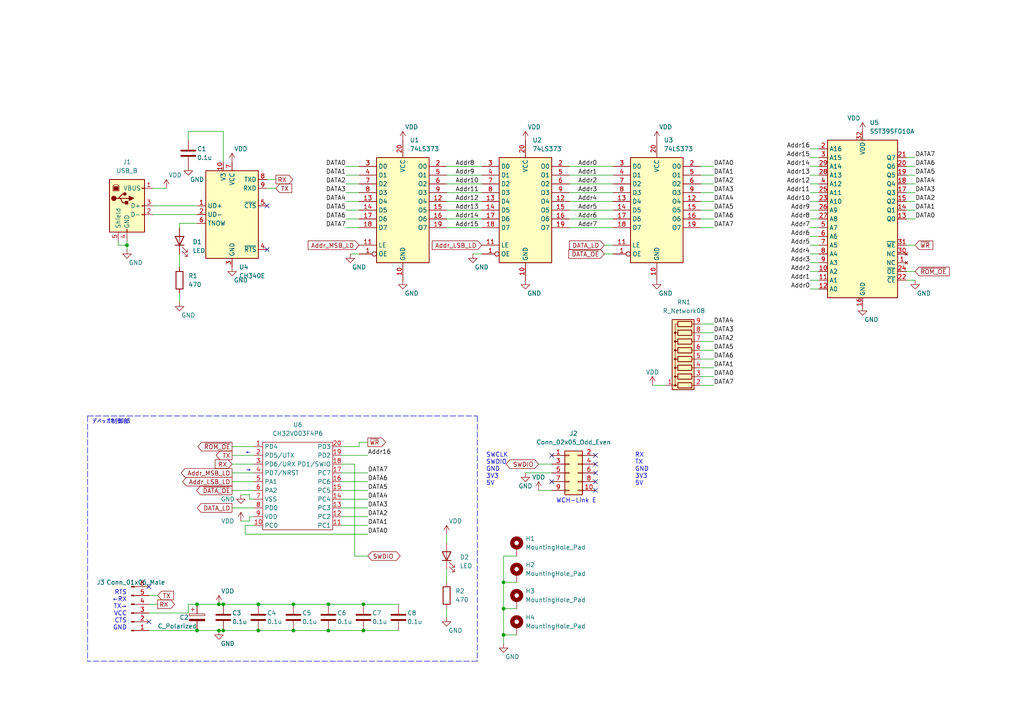
<source format=kicad_sch>
(kicad_sch (version 20211123) (generator eeschema)
  (paper "A4")
  (lib_symbols
    (symbol "74xx:74LS373"
      (property "Reference" "U" (at -7.62 16.51 0))
      (property "Value" "74LS373" (at -7.62 -16.51 0))
      (symbol "74LS373_1_0"
        (pin input inverted (at -12.7 -12.7 0) (length 5.08) (name "OE") (number "1"))
        (pin power_in line (at 0 -20.32 90) (length 5.08) (name "GND") (number "10"))
        (pin input line (at -12.7 -10.16 0) (length 5.08) (name "LE") (number "11"))
        (pin tri_state line (at 12.7 2.54 180) (length 5.08) (name "O4") (number "12"))
        (pin input line (at -12.7 2.54 0) (length 5.08) (name "D4") (number "13"))
        (pin input line (at -12.7 0 0) (length 5.08) (name "D5") (number "14"))
        (pin tri_state line (at 12.7 0 180) (length 5.08) (name "O5") (number "15"))
        (pin tri_state line (at 12.7 -2.54 180) (length 5.08) (name "O6") (number "16"))
        (pin input line (at -12.7 -2.54 0) (length 5.08) (name "D6") (number "17"))
        (pin input line (at -12.7 -5.08 0) (length 5.08) (name "D7") (number "18"))
        (pin tri_state line (at 12.7 -5.08 180) (length 5.08) (name "O7") (number "19"))
        (pin tri_state line (at 12.7 12.7 180) (length 5.08) (name "O0") (number "2"))
        (pin power_in line (at 0 20.32 270) (length 5.08) (name "VCC") (number "20"))
        (pin input line (at -12.7 12.7 0) (length 5.08) (name "D0") (number "3"))
        (pin input line (at -12.7 10.16 0) (length 5.08) (name "D1") (number "4"))
        (pin tri_state line (at 12.7 10.16 180) (length 5.08) (name "O1") (number "5"))
        (pin tri_state line (at 12.7 7.62 180) (length 5.08) (name "O2") (number "6"))
        (pin input line (at -12.7 7.62 0) (length 5.08) (name "D2") (number "7"))
        (pin input line (at -12.7 5.08 0) (length 5.08) (name "D3") (number "8"))
        (pin tri_state line (at 12.7 5.08 180) (length 5.08) (name "O3") (number "9"))
      )
      (symbol "74LS373_1_1"
        (rectangle (start -7.62 15.24) (end 7.62 -15.24) (stroke (width 0.254)) (fill (type background)))
      )
    )
    (symbol "CH32V:CH32V003F4P6"
      (property "Reference" "U" (at 0 0 0))
      (property "Value" "CH32V003F4P6" (at 0 2.54 0))
      (symbol "CH32V003F4P6_0_1"
        (rectangle (start -10.16 -1.27) (end 10.16 -26.67))
      )
      (symbol "CH32V003F4P6_1_1"
        (pin bidirectional line (at -12.7 -2.54 0) (length 2.54) (name "PD4") (number "1"))
        (pin bidirectional line (at -12.7 -25.4 0) (length 2.54) (name "PC0") (number "10"))
        (pin bidirectional line (at 12.7 -25.4 180) (length 2.54) (name "PC1") (number "11"))
        (pin bidirectional line (at 12.7 -22.86 180) (length 2.54) (name "PC2") (number "12"))
        (pin bidirectional line (at 12.7 -20.32 180) (length 2.54) (name "PC3") (number "13"))
        (pin bidirectional line (at 12.7 -17.78 180) (length 2.54) (name "PC4") (number "14"))
        (pin bidirectional line (at 12.7 -15.24 180) (length 2.54) (name "PC5") (number "15"))
        (pin bidirectional line (at 12.7 -12.7 180) (length 2.54) (name "PC6") (number "16"))
        (pin bidirectional line (at 12.7 -10.16 180) (length 2.54) (name "PC7") (number "17"))
        (pin bidirectional line (at 12.7 -7.62 180) (length 2.54) (name "PD1/SWIO") (number "18"))
        (pin bidirectional line (at 12.7 -5.08 180) (length 2.54) (name "PD2") (number "19"))
        (pin bidirectional line (at -12.7 -5.08 0) (length 2.54) (name "PD5/UTX") (number "2"))
        (pin bidirectional line (at 12.7 -2.54 180) (length 2.54) (name "PD3") (number "20"))
        (pin bidirectional line (at -12.7 -7.62 0) (length 2.54) (name "PD6/URX") (number "3"))
        (pin bidirectional line (at -12.7 -10.16 0) (length 2.54) (name "PD7/NRST") (number "4"))
        (pin bidirectional line (at -12.7 -12.7 0) (length 2.54) (name "PA1") (number "5"))
        (pin bidirectional line (at -12.7 -15.24 0) (length 2.54) (name "PA2") (number "6"))
        (pin power_in line (at -12.7 -17.78 0) (length 2.54) (name "VSS") (number "7"))
        (pin bidirectional line (at -12.7 -20.32 0) (length 2.54) (name "PD0") (number "8"))
        (pin power_in line (at -12.7 -22.86 0) (length 2.54) (name "VDD") (number "9"))
      )
    )
    (symbol "Connector:Conn_01x06_Male" (pin_names (offset 1.016) hide)
      (property "Reference" "J" (at 0 7.62 0))
      (property "Value" "Conn_01x06_Male" (at 0 -10.16 0))
      (symbol "Conn_01x06_Male_1_1"
        (polyline (pts (xy 1.27 -7.62) (xy 0.8636 -7.62)) (stroke (width 0.1524)))
        (polyline (pts (xy 1.27 -5.08) (xy 0.8636 -5.08)) (stroke (width 0.1524)))
        (polyline (pts (xy 1.27 -2.54) (xy 0.8636 -2.54)) (stroke (width 0.1524)))
        (polyline (pts (xy 1.27 0) (xy 0.8636 0)) (stroke (width 0.1524)))
        (polyline (pts (xy 1.27 2.54) (xy 0.8636 2.54)) (stroke (width 0.1524)))
        (polyline (pts (xy 1.27 5.08) (xy 0.8636 5.08)) (stroke (width 0.1524)))
        (rectangle (start 0.8636 -7.493) (end 0 -7.747) (stroke (width 0.1524)) (fill (type outline)))
        (rectangle (start 0.8636 -4.953) (end 0 -5.207) (stroke (width 0.1524)) (fill (type outline)))
        (rectangle (start 0.8636 -2.413) (end 0 -2.667) (stroke (width 0.1524)) (fill (type outline)))
        (rectangle (start 0.8636 0.127) (end 0 -0.127) (stroke (width 0.1524)) (fill (type outline)))
        (rectangle (start 0.8636 2.667) (end 0 2.413) (stroke (width 0.1524)) (fill (type outline)))
        (rectangle (start 0.8636 5.207) (end 0 4.953) (stroke (width 0.1524)) (fill (type outline)))
        (pin passive line (at 5.08 5.08 180) (length 3.81) (name "Pin_1") (number "1"))
        (pin passive line (at 5.08 2.54 180) (length 3.81) (name "Pin_2") (number "2"))
        (pin passive line (at 5.08 0 180) (length 3.81) (name "Pin_3") (number "3"))
        (pin passive line (at 5.08 -2.54 180) (length 3.81) (name "Pin_4") (number "4"))
        (pin passive line (at 5.08 -5.08 180) (length 3.81) (name "Pin_5") (number "5"))
        (pin passive line (at 5.08 -7.62 180) (length 3.81) (name "Pin_6") (number "6"))
      )
    )
    (symbol "Connector:USB_B" (pin_names (offset 1.016))
      (property "Reference" "J" (at -5.08 11.43 0))
      (property "Value" "USB_B" (at -5.08 8.89 0))
      (symbol "USB_B_0_1"
        (rectangle (start -5.08 -7.62) (end 5.08 7.62) (stroke (width 0.254)) (fill (type background)))
        (circle (center -3.81 2.159) (radius 0.635) (stroke (width 0.254)) (fill (type outline)))
        (rectangle (start -3.81 5.588) (end -2.54 4.572) (fill (type outline)))
        (circle (center -0.635 3.429) (radius 0.381) (stroke (width 0.254)) (fill (type outline)))
        (rectangle (start -0.127 -7.62) (end 0.127 -6.858))
        (polyline (pts (xy -1.905 2.159) (xy 0.635 2.159)) (stroke (width 0.254)))
        (polyline (pts (xy -3.175 2.159) (xy -2.54 2.159) (xy -1.27 3.429) (xy -0.635 3.429)) (stroke (width 0.254)))
        (polyline (pts (xy -2.54 2.159) (xy -1.905 2.159) (xy -1.27 0.889) (xy 0 0.889)) (stroke (width 0.254)))
        (polyline (pts (xy 0.635 2.794) (xy 0.635 1.524) (xy 1.905 2.159) (xy 0.635 2.794)) (stroke (width 0.254)) (fill (type outline)))
        (polyline (pts (xy -4.064 4.318) (xy -2.286 4.318) (xy -2.286 5.715) (xy -2.667 6.096) (xy -3.683 6.096) (xy -4.064 5.715) (xy -4.064 4.318)))
        (rectangle (start 0.254 1.27) (end -0.508 0.508) (stroke (width 0.254)) (fill (type outline)))
        (rectangle (start 5.08 -2.667) (end 4.318 -2.413))
        (rectangle (start 5.08 -0.127) (end 4.318 0.127))
        (rectangle (start 5.08 4.953) (end 4.318 5.207))
      )
      (symbol "USB_B_1_1"
        (pin power_out line (at 7.62 5.08 180) (length 2.54) (name "VBUS") (number "1"))
        (pin bidirectional line (at 7.62 -2.54 180) (length 2.54) (name "D-") (number "2"))
        (pin bidirectional line (at 7.62 0 180) (length 2.54) (name "D+") (number "3"))
        (pin power_out line (at 0 -10.16 90) (length 2.54) (name "GND") (number "4"))
        (pin passive line (at -2.54 -10.16 90) (length 2.54) (name "Shield") (number "5"))
      )
    )
    (symbol "Connector_Generic:Conn_02x05_Odd_Even" (pin_names (offset 1.016) hide)
      (property "Reference" "J" (at 1.27 7.62 0))
      (property "Value" "Conn_02x05_Odd_Even" (at 1.27 -7.62 0))
      (symbol "Conn_02x05_Odd_Even_1_1"
        (rectangle (start -1.27 -4.953) (end 0 -5.207) (stroke (width 0.1524)))
        (rectangle (start -1.27 -2.413) (end 0 -2.667) (stroke (width 0.1524)))
        (rectangle (start -1.27 0.127) (end 0 -0.127) (stroke (width 0.1524)))
        (rectangle (start -1.27 2.667) (end 0 2.413) (stroke (width 0.1524)))
        (rectangle (start -1.27 5.207) (end 0 4.953) (stroke (width 0.1524)))
        (rectangle (start -1.27 6.35) (end 3.81 -6.35) (stroke (width 0.254)) (fill (type background)))
        (rectangle (start 3.81 -4.953) (end 2.54 -5.207) (stroke (width 0.1524)))
        (rectangle (start 3.81 -2.413) (end 2.54 -2.667) (stroke (width 0.1524)))
        (rectangle (start 3.81 0.127) (end 2.54 -0.127) (stroke (width 0.1524)))
        (rectangle (start 3.81 2.667) (end 2.54 2.413) (stroke (width 0.1524)))
        (rectangle (start 3.81 5.207) (end 2.54 4.953) (stroke (width 0.1524)))
        (pin passive line (at -5.08 5.08 0) (length 3.81) (name "Pin_1") (number "1"))
        (pin passive line (at 7.62 -5.08 180) (length 3.81) (name "Pin_10") (number "10"))
        (pin passive line (at 7.62 5.08 180) (length 3.81) (name "Pin_2") (number "2"))
        (pin passive line (at -5.08 2.54 0) (length 3.81) (name "Pin_3") (number "3"))
        (pin passive line (at 7.62 2.54 180) (length 3.81) (name "Pin_4") (number "4"))
        (pin passive line (at -5.08 0 0) (length 3.81) (name "Pin_5") (number "5"))
        (pin passive line (at 7.62 0 180) (length 3.81) (name "Pin_6") (number "6"))
        (pin passive line (at -5.08 -2.54 0) (length 3.81) (name "Pin_7") (number "7"))
        (pin passive line (at 7.62 -2.54 180) (length 3.81) (name "Pin_8") (number "8"))
        (pin passive line (at -5.08 -5.08 0) (length 3.81) (name "Pin_9") (number "9"))
      )
    )
    (symbol "Device:C" (pin_numbers hide) (pin_names (offset 0.254))
      (property "Reference" "C" (at 0.635 2.54 0))
      (property "Value" "C" (at 0.635 -2.54 0))
      (symbol "C_0_1"
        (polyline (pts (xy -2.032 -0.762) (xy 2.032 -0.762)) (stroke (width 0.508)))
        (polyline (pts (xy -2.032 0.762) (xy 2.032 0.762)) (stroke (width 0.508)))
      )
      (symbol "C_1_1"
        (pin passive line (at 0 3.81 270) (length 2.794) (name "~") (number "1"))
        (pin passive line (at 0 -3.81 90) (length 2.794) (name "~") (number "2"))
      )
    )
    (symbol "Device:C_Polarized" (pin_numbers hide) (pin_names (offset 0.254))
      (property "Reference" "C" (at 0.635 2.54 0))
      (property "Value" "C_Polarized" (at 0.635 -2.54 0))
      (symbol "C_Polarized_0_1"
        (rectangle (start -2.286 0.508) (end 2.286 1.016))
        (polyline (pts (xy -1.778 2.286) (xy -0.762 2.286)))
        (polyline (pts (xy -1.27 2.794) (xy -1.27 1.778)))
        (rectangle (start 2.286 -0.508) (end -2.286 -1.016) (fill (type outline)))
      )
      (symbol "C_Polarized_1_1"
        (pin passive line (at 0 3.81 270) (length 2.794) (name "~") (number "1"))
        (pin passive line (at 0 -3.81 90) (length 2.794) (name "~") (number "2"))
      )
    )
    (symbol "Device:LED" (pin_numbers hide) (pin_names (offset 1.016) hide)
      (property "Reference" "D" (at 0 2.54 0))
      (property "Value" "LED" (at 0 -2.54 0))
      (symbol "LED_0_1"
        (polyline (pts (xy -1.27 -1.27) (xy -1.27 1.27)) (stroke (width 0.254)))
        (polyline (pts (xy -1.27 0) (xy 1.27 0)))
        (polyline (pts (xy 1.27 -1.27) (xy 1.27 1.27) (xy -1.27 0) (xy 1.27 -1.27)) (stroke (width 0.254)))
        (polyline (pts (xy -3.048 -0.762) (xy -4.572 -2.286) (xy -3.81 -2.286) (xy -4.572 -2.286) (xy -4.572 -1.524)))
        (polyline (pts (xy -1.778 -0.762) (xy -3.302 -2.286) (xy -2.54 -2.286) (xy -3.302 -2.286) (xy -3.302 -1.524)))
      )
      (symbol "LED_1_1"
        (pin passive line (at -3.81 0 0) (length 2.54) (name "K") (number "1"))
        (pin passive line (at 3.81 0 180) (length 2.54) (name "A") (number "2"))
      )
    )
    (symbol "Device:R" (pin_numbers hide) (pin_names (offset 0))
      (property "Reference" "R" (at 2.032 0 90))
      (property "Value" "R" (at 0 0 90))
      (symbol "R_0_1"
        (rectangle (start -1.016 -2.54) (end 1.016 2.54) (stroke (width 0.254)))
      )
      (symbol "R_1_1"
        (pin passive line (at 0 3.81 270) (length 1.27) (name "~") (number "1"))
        (pin passive line (at 0 -3.81 90) (length 1.27) (name "~") (number "2"))
      )
    )
    (symbol "Device:R_Network08" (pin_names (offset 0) hide)
      (property "Reference" "RN" (at -12.7 0 90))
      (property "Value" "R_Network08" (at 10.16 0 90))
      (symbol "R_Network08_0_1"
        (rectangle (start -11.43 -3.175) (end 8.89 3.175) (stroke (width 0.254)) (fill (type background)))
        (rectangle (start -10.922 1.524) (end -9.398 -2.54) (stroke (width 0.254)))
        (circle (center -10.16 2.286) (radius 0.254) (fill (type outline)))
        (rectangle (start -8.382 1.524) (end -6.858 -2.54) (stroke (width 0.254)))
        (circle (center -7.62 2.286) (radius 0.254) (fill (type outline)))
        (rectangle (start -5.842 1.524) (end -4.318 -2.54) (stroke (width 0.254)))
        (circle (center -5.08 2.286) (radius 0.254) (fill (type outline)))
        (rectangle (start -3.302 1.524) (end -1.778 -2.54) (stroke (width 0.254)))
        (circle (center -2.54 2.286) (radius 0.254) (fill (type outline)))
        (rectangle (start -0.762 1.524) (end 0.762 -2.54) (stroke (width 0.254)))
        (polyline (pts (xy -10.16 -2.54) (xy -10.16 -3.81)))
        (polyline (pts (xy -7.62 -2.54) (xy -7.62 -3.81)))
        (polyline (pts (xy -5.08 -2.54) (xy -5.08 -3.81)))
        (polyline (pts (xy -2.54 -2.54) (xy -2.54 -3.81)))
        (polyline (pts (xy 0 -2.54) (xy 0 -3.81)))
        (polyline (pts (xy 2.54 -2.54) (xy 2.54 -3.81)))
        (polyline (pts (xy 5.08 -2.54) (xy 5.08 -3.81)))
        (polyline (pts (xy 7.62 -2.54) (xy 7.62 -3.81)))
        (polyline (pts (xy -10.16 1.524) (xy -10.16 2.286) (xy -7.62 2.286) (xy -7.62 1.524)))
        (polyline (pts (xy -7.62 1.524) (xy -7.62 2.286) (xy -5.08 2.286) (xy -5.08 1.524)))
        (polyline (pts (xy -5.08 1.524) (xy -5.08 2.286) (xy -2.54 2.286) (xy -2.54 1.524)))
        (polyline (pts (xy -2.54 1.524) (xy -2.54 2.286) (xy 0 2.286) (xy 0 1.524)))
        (polyline (pts (xy 0 1.524) (xy 0 2.286) (xy 2.54 2.286) (xy 2.54 1.524)))
        (polyline (pts (xy 2.54 1.524) (xy 2.54 2.286) (xy 5.08 2.286) (xy 5.08 1.524)))
        (polyline (pts (xy 5.08 1.524) (xy 5.08 2.286) (xy 7.62 2.286) (xy 7.62 1.524)))
        (circle (center 0 2.286) (radius 0.254) (fill (type outline)))
        (rectangle (start 1.778 1.524) (end 3.302 -2.54) (stroke (width 0.254)))
        (circle (center 2.54 2.286) (radius 0.254) (fill (type outline)))
        (rectangle (start 4.318 1.524) (end 5.842 -2.54) (stroke (width 0.254)))
        (circle (center 5.08 2.286) (radius 0.254) (fill (type outline)))
        (rectangle (start 6.858 1.524) (end 8.382 -2.54) (stroke (width 0.254)))
      )
      (symbol "R_Network08_1_1"
        (pin passive line (at -10.16 5.08 270) (length 2.54) (name "common") (number "1"))
        (pin passive line (at -10.16 -5.08 90) (length 1.27) (name "R1") (number "2"))
        (pin passive line (at -7.62 -5.08 90) (length 1.27) (name "R2") (number "3"))
        (pin passive line (at -5.08 -5.08 90) (length 1.27) (name "R3") (number "4"))
        (pin passive line (at -2.54 -5.08 90) (length 1.27) (name "R4") (number "5"))
        (pin passive line (at 0 -5.08 90) (length 1.27) (name "R5") (number "6"))
        (pin passive line (at 2.54 -5.08 90) (length 1.27) (name "R6") (number "7"))
        (pin passive line (at 5.08 -5.08 90) (length 1.27) (name "R7") (number "8"))
        (pin passive line (at 7.62 -5.08 90) (length 1.27) (name "R8") (number "9"))
      )
    )
    (symbol "Interface_USB:CH340E"
      (property "Reference" "U" (at -5.08 13.97 0))
      (property "Value" "CH340E" (at 1.27 13.97 0))
      (symbol "CH340E_0_1"
        (rectangle (start -7.62 12.7) (end 7.62 -12.7) (stroke (width 0.254)) (fill (type background)))
      )
      (symbol "CH340E_1_1"
        (pin bidirectional line (at -10.16 2.54 0) (length 2.54) (name "UD+") (number "1"))
        (pin passive line (at -2.54 15.24 270) (length 2.54) (name "V3") (number "10"))
        (pin bidirectional line (at -10.16 0 0) (length 2.54) (name "UD-") (number "2"))
        (pin power_in line (at 0 -15.24 90) (length 2.54) (name "GND") (number "3"))
        (pin output line (at 10.16 -10.16 180) (length 2.54) (name "~{RTS}") (number "4"))
        (pin input line (at 10.16 2.54 180) (length 2.54) (name "~{CTS}") (number "5"))
        (pin output line (at -10.16 -2.54 0) (length 2.54) (name "TNOW") (number "6"))
        (pin power_in line (at 0 15.24 270) (length 2.54) (name "VCC") (number "7"))
        (pin output line (at 10.16 10.16 180) (length 2.54) (name "TXD") (number "8"))
        (pin input line (at 10.16 7.62 180) (length 2.54) (name "RXD") (number "9"))
      )
    )
    (symbol "Mechanical:MountingHole_Pad" (pin_numbers hide) (pin_names (offset 1.016) hide)
      (property "Reference" "H" (at 0 6.35 0))
      (property "Value" "MountingHole_Pad" (at 0 4.445 0))
      (symbol "MountingHole_Pad_0_1"
        (circle (center 0 1.27) (radius 1.27) (stroke (width 1.27)))
      )
      (symbol "MountingHole_Pad_1_1"
        (pin input line (at 0 -2.54 90) (length 2.54) (name "1") (number "1"))
      )
    )
    (symbol "RAM_ROM:SST39SF010A"
      (property "Reference" "U" (at -10.16 23.495 0))
      (property "Value" "SST39SF010A" (at 2.54 23.495 0))
      (symbol "SST39SF010A_0_0"
        (pin power_in line (at 0 -25.4 90) (length 2.54) (name "GND") (number "16"))
        (pin power_in line (at 0 25.4 270) (length 2.54) (name "VDD") (number "32"))
      )
      (symbol "SST39SF010A_0_1"
        (rectangle (start -10.16 22.86) (end 10.16 -22.86) (stroke (width 0.254)) (fill (type background)))
      )
      (symbol "SST39SF010A_1_1"
        (pin no_connect line (at 12.7 -12.7 180) (length 2.54) (name "NC") (number "1"))
        (pin input line (at -12.7 -15.24 0) (length 2.54) (name "A2") (number "10"))
        (pin input line (at -12.7 -17.78 0) (length 2.54) (name "A1") (number "11"))
        (pin input line (at -12.7 -20.32 0) (length 2.54) (name "A0") (number "12"))
        (pin tri_state line (at 12.7 0 180) (length 2.54) (name "Q0") (number "13"))
        (pin tri_state line (at 12.7 2.54 180) (length 2.54) (name "Q1") (number "14"))
        (pin tri_state line (at 12.7 5.08 180) (length 2.54) (name "Q2") (number "15"))
        (pin tri_state line (at 12.7 7.62 180) (length 2.54) (name "Q3") (number "17"))
        (pin tri_state line (at 12.7 10.16 180) (length 2.54) (name "Q4") (number "18"))
        (pin tri_state line (at 12.7 12.7 180) (length 2.54) (name "Q5") (number "19"))
        (pin input line (at -12.7 20.32 0) (length 2.54) (name "A16") (number "2"))
        (pin tri_state line (at 12.7 15.24 180) (length 2.54) (name "Q6") (number "20"))
        (pin tri_state line (at 12.7 17.78 180) (length 2.54) (name "Q7") (number "21"))
        (pin input line (at 12.7 -17.78 180) (length 2.54) (name "~{CE}") (number "22"))
        (pin input line (at -12.7 5.08 0) (length 2.54) (name "A10") (number "23"))
        (pin input line (at 12.7 -15.24 180) (length 2.54) (name "~{OE}") (number "24"))
        (pin input line (at -12.7 7.62 0) (length 2.54) (name "A11") (number "25"))
        (pin input line (at -12.7 2.54 0) (length 2.54) (name "A9") (number "26"))
        (pin input line (at -12.7 0 0) (length 2.54) (name "A8") (number "27"))
        (pin input line (at -12.7 12.7 0) (length 2.54) (name "A13") (number "28"))
        (pin input line (at -12.7 15.24 0) (length 2.54) (name "A14") (number "29"))
        (pin input line (at -12.7 17.78 0) (length 2.54) (name "A15") (number "3"))
        (pin no_connect line (at 12.7 -10.16 180) (length 2.54) (name "NC") (number "30"))
        (pin input line (at 12.7 -7.62 180) (length 2.54) (name "~{WE}") (number "31"))
        (pin input line (at -12.7 10.16 0) (length 2.54) (name "A12") (number "4"))
        (pin input line (at -12.7 -2.54 0) (length 2.54) (name "A7") (number "5"))
        (pin input line (at -12.7 -5.08 0) (length 2.54) (name "A6") (number "6"))
        (pin input line (at -12.7 -7.62 0) (length 2.54) (name "A5") (number "7"))
        (pin input line (at -12.7 -10.16 0) (length 2.54) (name "A4") (number "8"))
        (pin input line (at -12.7 -12.7 0) (length 2.54) (name "A3") (number "9"))
      )
    )
    (symbol "power:GND" (power) (pin_names (offset 0))
      (property "Value" "GND" (at 0 -3.81 0))
      (symbol "GND_0_1"
        (polyline (pts (xy 0 0) (xy 0 -1.27) (xy 1.27 -1.27) (xy 0 -2.54) (xy -1.27 -1.27) (xy 0 -1.27)))
      )
      (symbol "GND_1_1"
        (pin power_in line (at 0 0 270) (length 0) hide (name "GND") (number "1"))
      )
    )
    (symbol "power:VDD" (power) (pin_names (offset 0))
      (property "Value" "VDD" (at 0 3.81 0))
      (symbol "VDD_0_1"
        (polyline (pts (xy -0.762 1.27) (xy 0 2.54)))
        (polyline (pts (xy 0 0) (xy 0 2.54)))
        (polyline (pts (xy 0 2.54) (xy 0.762 1.27)))
      )
      (symbol "VDD_1_1"
        (pin power_in line (at 0 0 90) (length 0) hide (name "VDD") (number "1"))
      )
    )
  )
  (junction (at 105.41 175.26))
  (junction (at 63.5 182.88))
  (junction (at 64.77 175.26))
  (junction (at 57.15 175.26))
  (junction (at 85.09 182.88))
  (junction (at 64.77 182.88))
  (junction (at 105.41 182.88))
  (junction (at 95.25 175.26))
  (junction (at 74.93 182.88))
  (junction (at 36.83 71.12))
  (junction (at 146.05 184.15))
  (junction (at 95.25 182.88))
  (junction (at 85.09 175.26))
  (junction (at 74.93 175.26))
  (junction (at 63.5 175.26))
  (junction (at 57.15 182.88))
  (junction (at 146.05 168.91))
  (junction (at 146.05 176.53))
  (no_connect (at 43.18 170.18))
  (no_connect (at 160.02 132.08))
  (no_connect (at 172.72 132.08))
  (no_connect (at 172.72 134.62))
  (no_connect (at 172.72 137.16))
  (no_connect (at 77.47 59.69))
  (no_connect (at 77.47 72.39))
  (no_connect (at 172.72 142.24))
  (no_connect (at 172.72 139.7))
  (no_connect (at 160.02 139.7))
  (no_connect (at 43.18 180.34))
  (wire (pts (xy 67.31 132.08) (xy 73.66 132.08)))
  (wire (pts (xy 52.07 64.77) (xy 57.15 64.77)))
  (wire (pts (xy 146.05 168.91) (xy 149.86 168.91)))
  (wire (pts (xy 139.7 53.34) (xy 129.54 53.34)))
  (wire (pts (xy 101.6 73.66) (xy 104.14 73.66)))
  (wire (pts (xy 85.09 182.88) (xy 95.25 182.88)))
  (wire (pts (xy 80.01 52.07) (xy 77.47 52.07)))
  (wire (pts (xy 177.8 55.88) (xy 165.1 55.88)))
  (wire (pts (xy 105.41 175.26) (xy 115.57 175.26)))
  (wire (pts (xy 207.01 66.04) (xy 203.2 66.04)))
  (wire (pts (xy 54.61 177.8) (xy 54.61 175.26)))
  (wire (pts (xy 45.72 175.26) (xy 43.18 175.26)))
  (wire (pts (xy 265.43 48.26) (xy 262.89 48.26)))
  (wire (pts (xy 71.12 152.4) (xy 71.12 154.94)))
  (wire (pts (xy 234.95 43.18) (xy 237.49 43.18)))
  (wire (pts (xy 146.05 184.15) (xy 149.86 184.15)))
  (wire (pts (xy 57.15 182.88) (xy 63.5 182.88)))
  (wire (pts (xy 100.33 63.5) (xy 104.14 63.5)))
  (wire (pts (xy 67.31 137.16) (xy 73.66 137.16)))
  (wire (pts (xy 207.01 53.34) (xy 203.2 53.34)))
  (wire (pts (xy 207.01 109.22) (xy 203.2 109.22)))
  (wire (pts (xy 52.07 73.66) (xy 52.07 77.47)))
  (wire (pts (xy 74.93 182.88) (xy 85.09 182.88)))
  (wire (pts (xy 104.14 128.27) (xy 104.14 129.54)))
  (wire (pts (xy 234.95 78.74) (xy 237.49 78.74)))
  (wire (pts (xy 207.01 106.68) (xy 203.2 106.68)))
  (wire (pts (xy 160.02 134.62) (xy 156.21 134.62)))
  (wire (pts (xy 265.43 55.88) (xy 262.89 55.88)))
  (wire (pts (xy 100.33 66.04) (xy 104.14 66.04)))
  (wire (pts (xy 160.02 137.16) (xy 152.4 137.16)))
  (wire (pts (xy 234.95 71.12) (xy 237.49 71.12)))
  (wire (pts (xy 106.68 132.08) (xy 99.06 132.08)))
  (wire (pts (xy 146.05 184.15) (xy 146.05 186.69)))
  (wire (pts (xy 207.01 63.5) (xy 203.2 63.5)))
  (wire (pts (xy 234.95 83.82) (xy 237.49 83.82)))
  (wire (pts (xy 265.43 58.42) (xy 262.89 58.42)))
  (wire (pts (xy 207.01 48.26) (xy 203.2 48.26)))
  (wire (pts (xy 139.7 48.26) (xy 129.54 48.26)))
  (wire (pts (xy 234.95 63.5) (xy 237.49 63.5)))
  (wire (pts (xy 100.33 48.26) (xy 104.14 48.26)))
  (wire (pts (xy 73.66 152.4) (xy 71.12 152.4)))
  (wire (pts (xy 106.68 149.86) (xy 99.06 149.86)))
  (wire (pts (xy 146.05 176.53) (xy 149.86 176.53)))
  (wire (pts (xy 106.68 142.24) (xy 99.06 142.24)))
  (polyline (pts (xy 138.43 191.77) (xy 25.4 191.77)))
  (wire (pts (xy 72.39 144.78) (xy 73.66 144.78)))
  (wire (pts (xy 74.93 175.26) (xy 85.09 175.26)))
  (wire (pts (xy 64.77 38.1) (xy 64.77 46.99)))
  (wire (pts (xy 67.31 139.7) (xy 73.66 139.7)))
  (wire (pts (xy 67.31 142.24) (xy 73.66 142.24)))
  (wire (pts (xy 234.95 53.34) (xy 237.49 53.34)))
  (wire (pts (xy 234.95 58.42) (xy 237.49 58.42)))
  (wire (pts (xy 34.29 71.12) (xy 36.83 71.12)))
  (wire (pts (xy 52.07 87.63) (xy 52.07 85.09)))
  (wire (pts (xy 99.06 129.54) (xy 104.14 129.54)))
  (wire (pts (xy 265.43 50.8) (xy 262.89 50.8)))
  (wire (pts (xy 207.01 99.06) (xy 203.2 99.06)))
  (wire (pts (xy 45.72 172.72) (xy 43.18 172.72)))
  (wire (pts (xy 265.43 60.96) (xy 262.89 60.96)))
  (wire (pts (xy 139.7 66.04) (xy 129.54 66.04)))
  (wire (pts (xy 100.33 60.96) (xy 104.14 60.96)))
  (wire (pts (xy 234.95 55.88) (xy 237.49 55.88)))
  (wire (pts (xy 106.68 147.32) (xy 99.06 147.32)))
  (wire (pts (xy 234.95 81.28) (xy 237.49 81.28)))
  (wire (pts (xy 175.26 71.12) (xy 177.8 71.12)))
  (wire (pts (xy 57.15 175.26) (xy 63.5 175.26)))
  (wire (pts (xy 234.95 68.58) (xy 237.49 68.58)))
  (wire (pts (xy 265.43 81.28) (xy 262.89 81.28)))
  (wire (pts (xy 54.61 175.26) (xy 57.15 175.26)))
  (wire (pts (xy 207.01 96.52) (xy 203.2 96.52)))
  (wire (pts (xy 177.8 66.04) (xy 165.1 66.04)))
  (wire (pts (xy 265.43 53.34) (xy 262.89 53.34)))
  (wire (pts (xy 146.05 176.53) (xy 146.05 184.15)))
  (wire (pts (xy 234.95 45.72) (xy 237.49 45.72)))
  (wire (pts (xy 177.8 60.96) (xy 165.1 60.96)))
  (wire (pts (xy 72.39 151.13) (xy 72.39 149.86)))
  (wire (pts (xy 139.7 63.5) (xy 129.54 63.5)))
  (wire (pts (xy 34.29 69.85) (xy 34.29 71.12)))
  (wire (pts (xy 100.33 53.34) (xy 104.14 53.34)))
  (wire (pts (xy 72.39 143.51) (xy 72.39 144.78)))
  (wire (pts (xy 146.05 168.91) (xy 146.05 176.53)))
  (wire (pts (xy 207.01 58.42) (xy 203.2 58.42)))
  (wire (pts (xy 99.06 134.62) (xy 102.87 134.62)))
  (wire (pts (xy 64.77 182.88) (xy 74.93 182.88)))
  (wire (pts (xy 67.31 134.62) (xy 73.66 134.62)))
  (wire (pts (xy 137.16 73.66) (xy 139.7 73.66)))
  (wire (pts (xy 207.01 93.98) (xy 203.2 93.98)))
  (wire (pts (xy 63.5 182.88) (xy 64.77 182.88)))
  (wire (pts (xy 67.31 129.54) (xy 73.66 129.54)))
  (wire (pts (xy 177.8 48.26) (xy 165.1 48.26)))
  (wire (pts (xy 102.87 161.29) (xy 106.68 161.29)))
  (wire (pts (xy 54.61 40.64) (xy 54.61 38.1)))
  (wire (pts (xy 85.09 175.26) (xy 95.25 175.26)))
  (wire (pts (xy 177.8 58.42) (xy 165.1 58.42)))
  (wire (pts (xy 177.8 63.5) (xy 165.1 63.5)))
  (wire (pts (xy 95.25 182.88) (xy 105.41 182.88)))
  (wire (pts (xy 69.85 143.51) (xy 72.39 143.51)))
  (wire (pts (xy 139.7 55.88) (xy 129.54 55.88)))
  (wire (pts (xy 129.54 165.1) (xy 129.54 168.91)))
  (wire (pts (xy 207.01 60.96) (xy 203.2 60.96)))
  (wire (pts (xy 36.83 71.12) (xy 36.83 69.85)))
  (wire (pts (xy 100.33 50.8) (xy 104.14 50.8)))
  (wire (pts (xy 234.95 76.2) (xy 237.49 76.2)))
  (polyline (pts (xy 25.4 120.65) (xy 25.4 191.77)))
  (wire (pts (xy 44.45 54.61) (xy 48.26 54.61)))
  (wire (pts (xy 106.68 144.78) (xy 99.06 144.78)))
  (wire (pts (xy 129.54 179.07) (xy 129.54 176.53)))
  (wire (pts (xy 106.68 139.7) (xy 99.06 139.7)))
  (wire (pts (xy 234.95 66.04) (xy 237.49 66.04)))
  (wire (pts (xy 69.85 151.13) (xy 72.39 151.13)))
  (wire (pts (xy 265.43 45.72) (xy 262.89 45.72)))
  (wire (pts (xy 64.77 175.26) (xy 74.93 175.26)))
  (wire (pts (xy 139.7 50.8) (xy 129.54 50.8)))
  (wire (pts (xy 106.68 137.16) (xy 99.06 137.16)))
  (wire (pts (xy 146.05 161.29) (xy 146.05 168.91)))
  (wire (pts (xy 234.95 60.96) (xy 237.49 60.96)))
  (wire (pts (xy 234.95 48.26) (xy 237.49 48.26)))
  (wire (pts (xy 234.95 50.8) (xy 237.49 50.8)))
  (wire (pts (xy 63.5 175.26) (xy 64.77 175.26)))
  (wire (pts (xy 106.68 128.27) (xy 104.14 128.27)))
  (wire (pts (xy 177.8 53.34) (xy 165.1 53.34)))
  (wire (pts (xy 72.39 149.86) (xy 73.66 149.86)))
  (wire (pts (xy 139.7 60.96) (xy 129.54 60.96)))
  (wire (pts (xy 71.12 154.94) (xy 106.68 154.94)))
  (polyline (pts (xy 138.43 120.65) (xy 138.43 191.77)))
  (wire (pts (xy 207.01 50.8) (xy 203.2 50.8)))
  (wire (pts (xy 160.02 142.24) (xy 156.21 142.24)))
  (wire (pts (xy 106.68 152.4) (xy 99.06 152.4)))
  (wire (pts (xy 80.01 54.61) (xy 77.47 54.61)))
  (wire (pts (xy 102.87 134.62) (xy 102.87 161.29)))
  (wire (pts (xy 207.01 104.14) (xy 203.2 104.14)))
  (wire (pts (xy 95.25 175.26) (xy 105.41 175.26)))
  (wire (pts (xy 100.33 58.42) (xy 104.14 58.42)))
  (wire (pts (xy 265.43 78.74) (xy 262.89 78.74)))
  (wire (pts (xy 36.83 72.39) (xy 36.83 71.12)))
  (wire (pts (xy 265.43 63.5) (xy 262.89 63.5)))
  (wire (pts (xy 177.8 50.8) (xy 165.1 50.8)))
  (wire (pts (xy 54.61 38.1) (xy 64.77 38.1)))
  (wire (pts (xy 129.54 154.94) (xy 129.54 157.48)))
  (wire (pts (xy 149.86 161.29) (xy 146.05 161.29)))
  (wire (pts (xy 43.18 182.88) (xy 57.15 182.88)))
  (wire (pts (xy 67.31 147.32) (xy 73.66 147.32)))
  (wire (pts (xy 139.7 58.42) (xy 129.54 58.42)))
  (wire (pts (xy 265.43 71.12) (xy 262.89 71.12)))
  (wire (pts (xy 105.41 182.88) (xy 115.57 182.88)))
  (wire (pts (xy 44.45 59.69) (xy 57.15 59.69)))
  (wire (pts (xy 234.95 73.66) (xy 237.49 73.66)))
  (wire (pts (xy 52.07 66.04) (xy 52.07 64.77)))
  (wire (pts (xy 43.18 177.8) (xy 54.61 177.8)))
  (wire (pts (xy 100.33 55.88) (xy 104.14 55.88)))
  (wire (pts (xy 207.01 111.76) (xy 203.2 111.76)))
  (wire (pts (xy 189.23 111.76) (xy 193.04 111.76)))
  (wire (pts (xy 207.01 55.88) (xy 203.2 55.88)))
  (wire (pts (xy 175.26 73.66) (xy 177.8 73.66)))
  (polyline (pts (xy 25.4 120.65) (xy 138.43 120.65)))
  (wire (pts (xy 207.01 101.6) (xy 203.2 101.6)))
  (wire (pts (xy 44.45 62.23) (xy 57.15 62.23)))
  (text "デバッガ制御部" (at 26.67 123.19 0) (effects (font (size 1.27 1.27)) (justify left bottom)))
  (text "←" (at 71.12 132.08 0) (effects (font (size 1.27 1.27)) (justify left bottom)))
  (text "→" (at 71.12 137.16 0) (effects (font (size 1.27 1.27)) (justify left bottom)))
  (text "RTS\n←RX\nTX→\nVCC\nCTS\nGND" (at 36.83 182.88 180) (effects (font (size 1.27 1.27)) (justify right bottom)))
  (text "RX\nTX\nGND\n3V3\n5V" (at 184.15 140.97 0) (effects (font (size 1.27 1.27)) (justify left bottom)))
  (text "SWCLK\nSWDIO\nGND\n3V3\n5V" (at 140.97 140.97 0) (effects (font (size 1.27 1.27)) (justify left bottom)))
  (text "WCH-Link E" (at 161.29 146.05 0) (effects (font (size 1.27 1.27)) (justify left bottom)))
  (label "Addr3" (at 167.64 55.88 0))
  (label "DATA6" (at 207.01 63.5 0))
  (label "Addr7" (at 234.95 66.04 180))
  (label "DATA1" (at 100.33 50.8 180))
  (label "DATA6" (at 106.68 139.7 0))
  (label "Addr9" (at 132.08 50.8 0))
  (label "DATA1" (at 265.43 60.96 0))
  (label "Addr14" (at 234.95 48.26 180))
  (label "Addr0" (at 234.95 83.82 180))
  (label "DATA6" (at 100.33 63.5 180))
  (label "Addr11" (at 132.08 55.88 0))
  (label "Addr2" (at 167.64 53.34 0))
  (label "DATA4" (at 100.33 58.42 180))
  (label "Addr6" (at 234.95 68.58 180))
  (label "DATA4" (at 207.01 93.98 0))
  (label "DATA0" (at 106.68 154.94 0))
  (label "DATA5" (at 100.33 60.96 180))
  (label "DATA4" (at 106.68 144.78 0))
  (label "Addr8" (at 234.95 63.5 180))
  (label "DATA2" (at 207.01 53.34 0))
  (label "Addr11" (at 234.95 55.88 180))
  (label "Addr5" (at 234.95 71.12 180))
  (label "DATA0" (at 100.33 48.26 180))
  (label "Addr5" (at 167.64 60.96 0))
  (label "DATA5" (at 207.01 60.96 0))
  (label "DATA3" (at 100.33 55.88 180))
  (label "Addr13" (at 234.95 50.8 180))
  (label "Addr9" (at 234.95 60.96 180))
  (label "DATA7" (at 106.68 137.16 0))
  (label "DATA7" (at 207.01 111.76 0))
  (label "Addr16" (at 234.95 43.18 180))
  (label "DATA5" (at 207.01 101.6 0))
  (label "DATA1" (at 106.68 152.4 0))
  (label "Addr6" (at 167.64 63.5 0))
  (label "Addr3" (at 234.95 76.2 180))
  (label "DATA6" (at 207.01 104.14 0))
  (label "DATA5" (at 106.68 142.24 0))
  (label "Addr13" (at 132.08 60.96 0))
  (label "DATA1" (at 207.01 106.68 0))
  (label "Addr0" (at 167.64 48.26 0))
  (label "DATA0" (at 207.01 48.26 0))
  (label "DATA2" (at 100.33 53.34 180))
  (label "DATA1" (at 207.01 50.8 0))
  (label "DATA7" (at 100.33 66.04 180))
  (label "Addr4" (at 167.64 58.42 0))
  (label "DATA2" (at 265.43 58.42 0))
  (label "Addr10" (at 234.95 58.42 180))
  (label "Addr8" (at 132.08 48.26 0))
  (label "DATA3" (at 265.43 55.88 0))
  (label "DATA0" (at 207.01 109.22 0))
  (label "Addr12" (at 132.08 58.42 0))
  (label "Addr16" (at 106.68 132.08 0))
  (label "DATA0" (at 265.43 63.5 0))
  (label "Addr1" (at 167.64 50.8 0))
  (label "DATA3" (at 207.01 55.88 0))
  (label "Addr15" (at 132.08 66.04 0))
  (label "DATA3" (at 106.68 147.32 0))
  (label "DATA3" (at 207.01 96.52 0))
  (label "DATA2" (at 207.01 99.06 0))
  (label "DATA4" (at 207.01 58.42 0))
  (label "DATA7" (at 265.43 45.72 0))
  (label "Addr14" (at 132.08 63.5 0))
  (label "Addr2" (at 234.95 78.74 180))
  (label "DATA4" (at 265.43 53.34 0))
  (label "Addr7" (at 167.64 66.04 0))
  (label "Addr1" (at 234.95 81.28 180))
  (label "DATA2" (at 106.68 149.86 0))
  (label "Addr15" (at 234.95 45.72 180))
  (label "Addr4" (at 234.95 73.66 180))
  (label "Addr12" (at 234.95 53.34 180))
  (label "DATA6" (at 265.43 48.26 0))
  (label "DATA7" (at 207.01 66.04 0))
  (label "Addr10" (at 132.08 53.34 0))
  (label "DATA5" (at 265.43 50.8 0))
  (global_label "RX" (shape input) (at 67.31 134.62 180) (property "Intersheet References" "${INTERSHEET_REFS}" (effects hide)))
  (global_label "SWDIO" (shape bidirectional) (at 106.68 161.29 0) (property "シート間のリファレンス" "${INTERSHEET_REFS}" (effects hide)))
  (global_label "TX" (shape output) (at 67.31 132.08 180) (property "Intersheet References" "${INTERSHEET_REFS}" (effects hide)))
  (global_label "~{ROM_OE}" (shape output) (at 67.31 129.54 180) (property "シート間のリファレンス" "${INTERSHEET_REFS}" (effects hide)))
  (global_label "~{ROM_OE}" (shape input) (at 265.43 78.74 0) (property "Intersheet References" "${INTERSHEET_REFS}" (effects hide)))
  (global_label "Addr_MSB_LD" (shape output) (at 67.31 137.16 180) (property "Intersheet References" "${INTERSHEET_REFS}" (effects hide)))
  (global_label "DATA_LD" (shape input) (at 175.26 71.12 180) (property "シート間のリファレンス" "${INTERSHEET_REFS}" (effects hide)))
  (global_label "TX" (shape input) (at 45.72 172.72 0) (property "シート間のリファレンス" "${INTERSHEET_REFS}" (effects hide)))
  (global_label "Addr_MSB_LD" (shape input) (at 104.14 71.12 180) (property "シート間のリファレンス" "${INTERSHEET_REFS}" (effects hide)))
  (global_label "TX" (shape input) (at 80.01 54.61 0) (property "シート間のリファレンス" "${INTERSHEET_REFS}" (effects hide)))
  (global_label "Addr_LSB_LD" (shape output) (at 67.31 139.7 180) (property "Intersheet References" "${INTERSHEET_REFS}" (effects hide)))
  (global_label "~{DATA_OE}" (shape input) (at 175.26 73.66 180) (property "シート間のリファレンス" "${INTERSHEET_REFS}" (effects hide)))
  (global_label "~{DATA_OE}" (shape output) (at 67.31 142.24 180) (property "Intersheet References" "${INTERSHEET_REFS}" (effects hide)))
  (global_label "~{WR}" (shape output) (at 106.68 128.27 0) (property "シート間のリファレンス" "${INTERSHEET_REFS}" (effects hide)))
  (global_label "~{WR}" (shape input) (at 265.43 71.12 0) (property "Intersheet References" "${INTERSHEET_REFS}" (effects hide)))
  (global_label "RX" (shape output) (at 80.01 52.07 0) (property "シート間のリファレンス" "${INTERSHEET_REFS}" (effects hide)))
  (global_label "Addr_LSB_LD" (shape input) (at 139.7 71.12 180) (property "シート間のリファレンス" "${INTERSHEET_REFS}" (effects hide)))
  (global_label "DATA_LD" (shape output) (at 67.31 147.32 180) (property "Intersheet References" "${INTERSHEET_REFS}" (effects hide)))
  (global_label "RX" (shape output) (at 45.72 175.26 0) (property "シート間のリファレンス" "${INTERSHEET_REFS}" (effects hide)))
  (global_label "SWDIO" (shape bidirectional) (at 156.21 134.62 180) (property "Intersheet References" "${INTERSHEET_REFS}" (effects hide)))
  (symbol (lib_id "Device:C") (at 105.41 179.07 0) (unit 1)
    (property "Reference" "C7" (at 107.95 177.8 0) (effects (justify left)))
    (property "Value" "0.1u" (at 107.95 180.34 0) (effects (justify left)))
    (property "Footprint" "Capacitor_SMD:C_0805_2012Metric_Pad1.18x1.45mm_HandSolder" (effects hide))
  )
  (symbol (lib_id "74xx:74LS373") (at 190.5 60.96 0) (unit 1)
    (property "Reference" "U3" (at 192.5194 40.64 0) (effects (justify left)))
    (property "Value" "74LS373" (at 192.5194 43.18 0) (effects (justify left)))
    (property "Footprint" "Package_DIP:DIP-20_W7.62mm" (effects hide))
    (property "Datasheet" "http://www.ti.com/lit/gpn/sn74LS373" (effects hide))
  )
  (symbol (lib_id "power:GND") (at 190.5 81.28 0) (unit 1)
    (property "Reference" "#PWR014" (effects hide))
    (property "Value" "GND" (at 193.04 85.09 0))
  )
  (symbol (lib_id "power:GND") (at 146.05 186.69 0) (unit 1)
    (property "Reference" "#PWR027" (effects hide))
    (property "Value" "GND" (at 148.59 190.5 0))
  )
  (symbol (lib_id "Device:C") (at 115.57 179.07 0) (unit 1)
    (property "Reference" "C8" (at 118.11 177.8 0) (effects (justify left)))
    (property "Value" "0.1u" (at 118.11 180.34 0) (effects (justify left)))
    (property "Footprint" "Capacitor_SMD:C_0805_2012Metric_Pad1.18x1.45mm_HandSolder" (effects hide))
  )
  (symbol (lib_id "power:GND") (at 69.85 143.51 0) (unit 1)
    (property "Reference" "#PWR021" (effects hide))
    (property "Value" "GND" (at 66.04 144.78 0))
  )
  (symbol (lib_id "Mechanical:MountingHole_Pad") (at 149.86 158.75 0) (unit 1)
    (property "Reference" "H1" (at 152.4 156.2099 0) (effects (justify left)))
    (property "Value" "MountingHole_Pad" (at 152.4 158.7499 0) (effects (justify left)))
    (property "Footprint" "MountingHole:MountingHole_3.2mm_M3_Pad" (effects hide))
  )
  (symbol (lib_id "74xx:74LS373") (at 152.4 60.96 0) (unit 1)
    (property "Reference" "U2" (at 154.4194 40.64 0) (effects (justify left)))
    (property "Value" "74LS373" (at 154.4194 43.18 0) (effects (justify left)))
    (property "Footprint" "Package_DIP:DIP-20_W7.62mm" (effects hide))
    (property "Datasheet" "http://www.ti.com/lit/gpn/sn74LS373" (effects hide))
  )
  (symbol (lib_id "Connector:Conn_01x06_Male") (at 38.1 177.8 0) (mirror x) (unit 1)
    (property "Reference" "J3" (at 29.21 168.91 0))
    (property "Value" "Conn_01x06_Male" (at 39.37 168.91 0))
    (property "Footprint" "Connector_PinHeader_2.54mm:PinHeader_1x06_P2.54mm_Horizontal" (effects hide))
  )
  (symbol (lib_id "power:VDD") (at 189.23 111.76 0) (unit 1)
    (property "Reference" "#PWR018" (effects hide))
    (property "Value" "VDD" (at 189.23 107.95 0))
  )
  (symbol (lib_id "CH32V:CH32V003F4P6") (at 86.36 127 0) (unit 1)
    (property "Reference" "U6" (at 86.36 123.19 0))
    (property "Value" "CH32V003F4P6" (at 86.36 125.73 0))
    (property "Footprint" "Package_SO:SSOP-20_4.4x6.5mm_P0.65mm" (effects hide))
  )
  (symbol (lib_id "Device:C") (at 64.77 179.07 0) (unit 1)
    (property "Reference" "C3" (at 67.31 177.8 0) (effects (justify left)))
    (property "Value" "0.1u" (at 67.31 180.34 0) (effects (justify left)))
    (property "Footprint" "Capacitor_SMD:C_0805_2012Metric_Pad1.18x1.45mm_HandSolder" (effects hide))
  )
  (symbol (lib_id "Device:LED") (at 52.07 69.85 90) (unit 1)
    (property "Reference" "D1" (at 55.88 70.1674 90) (effects (justify right)))
    (property "Value" "LED" (at 55.88 72.7074 90) (effects (justify right)))
    (property "Footprint" "LED_THT:LED_D3.0mm" (effects hide))
  )
  (symbol (lib_id "power:VDD") (at 63.5 175.26 0) (unit 1)
    (property "Reference" "#PWR024" (effects hide))
    (property "Value" "VDD" (at 66.04 171.45 0))
  )
  (symbol (lib_id "power:VDD") (at 250.19 38.1 0) (unit 1)
    (property "Reference" "#PWR01" (effects hide))
    (property "Value" "VDD" (at 247.65 34.29 0))
  )
  (symbol (lib_id "power:VDD") (at 67.31 46.99 0) (unit 1)
    (property "Reference" "#PWR05" (effects hide))
    (property "Value" "VDD" (at 69.85 43.18 0))
  )
  (symbol (lib_id "Mechanical:MountingHole_Pad") (at 149.86 173.99 0) (unit 1)
    (property "Reference" "H3" (at 152.4 171.4499 0) (effects (justify left)))
    (property "Value" "MountingHole_Pad" (at 152.4 173.9899 0) (effects (justify left)))
    (property "Footprint" "MountingHole:MountingHole_3.2mm_M3_Pad" (effects hide))
  )
  (symbol (lib_id "Device:LED") (at 129.54 161.29 90) (unit 1)
    (property "Reference" "D2" (at 133.35 161.6074 90) (effects (justify right)))
    (property "Value" "LED" (at 133.35 164.1474 90) (effects (justify right)))
    (property "Footprint" "LED_THT:LED_D3.0mm" (effects hide))
  )
  (symbol (lib_id "power:GND") (at 101.6 73.66 0) (unit 1)
    (property "Reference" "#PWR09" (effects hide))
    (property "Value" "GND" (at 104.14 77.47 0))
  )
  (symbol (lib_id "power:GND") (at 116.84 81.28 0) (unit 1)
    (property "Reference" "#PWR012" (effects hide))
    (property "Value" "GND" (at 119.38 85.09 0))
  )
  (symbol (lib_id "power:GND") (at 137.16 73.66 0) (unit 1)
    (property "Reference" "#PWR010" (effects hide))
    (property "Value" "GND" (at 139.7 77.47 0))
  )
  (symbol (lib_id "74xx:74LS373") (at 116.84 60.96 0) (unit 1)
    (property "Reference" "U1" (at 118.8594 40.64 0) (effects (justify left)))
    (property "Value" "74LS373" (at 118.8594 43.18 0) (effects (justify left)))
    (property "Footprint" "Package_DIP:DIP-20_W7.62mm" (effects hide))
    (property "Datasheet" "http://www.ti.com/lit/gpn/sn74LS373" (effects hide))
  )
  (symbol (lib_id "power:VDD") (at 129.54 154.94 0) (unit 1)
    (property "Reference" "#PWR023" (effects hide))
    (property "Value" "VDD" (at 132.08 151.13 0))
  )
  (symbol (lib_id "power:GND") (at 54.61 48.26 0) (unit 1)
    (property "Reference" "#PWR06" (effects hide))
    (property "Value" "GND" (at 57.15 52.07 0))
  )
  (symbol (lib_id "power:GND") (at 152.4 137.16 0) (mirror y) (unit 1)
    (property "Reference" "#PWR019" (effects hide))
    (property "Value" "GND" (at 152.4 140.97 0))
  )
  (symbol (lib_id "power:VDD") (at 69.85 151.13 0) (unit 1)
    (property "Reference" "#PWR022" (effects hide))
    (property "Value" "VDD" (at 66.04 151.13 0))
  )
  (symbol (lib_id "Device:R_Network08") (at 198.12 101.6 90) (unit 1)
    (property "Reference" "RN1" (at 198.374 87.63 90))
    (property "Value" "R_Network08" (at 198.374 90.17 90))
    (property "Footprint" "Resistor_THT:R_Array_SIP9" (effects hide))
    (property "Datasheet" "http://www.vishay.com/docs/31509/csc.pdf" (effects hide))
  )
  (symbol (lib_id "Device:C_Polarized") (at 57.15 179.07 0) (unit 1)
    (property "Reference" "C2" (at 52.07 179.07 0) (effects (justify left)))
    (property "Value" "C_Polarized" (at 45.72 181.61 0) (effects (justify left)))
    (property "Footprint" "Capacitor_THT:CP_Radial_D5.0mm_P2.50mm" (effects hide))
  )
  (symbol (lib_id "power:GND") (at 67.31 77.47 0) (unit 1)
    (property "Reference" "#PWR011" (effects hide))
    (property "Value" "GND" (at 69.85 81.28 0))
  )
  (symbol (lib_id "power:VDD") (at 116.84 40.64 0) (unit 1)
    (property "Reference" "#PWR02" (effects hide))
    (property "Value" "VDD" (at 119.38 36.83 0))
  )
  (symbol (lib_id "Mechanical:MountingHole_Pad") (at 149.86 181.61 0) (unit 1)
    (property "Reference" "H4" (at 152.4 179.0699 0) (effects (justify left)))
    (property "Value" "MountingHole_Pad" (at 152.4 181.6099 0) (effects (justify left)))
    (property "Footprint" "MountingHole:MountingHole_3.2mm_M3_Pad" (effects hide))
  )
  (symbol (lib_id "Device:C") (at 74.93 179.07 0) (unit 1)
    (property "Reference" "C4" (at 77.47 177.8 0) (effects (justify left)))
    (property "Value" "0.1u" (at 77.47 180.34 0) (effects (justify left)))
    (property "Footprint" "Capacitor_SMD:C_0805_2012Metric_Pad1.18x1.45mm_HandSolder" (effects hide))
  )
  (symbol (lib_id "Device:C") (at 85.09 179.07 0) (unit 1)
    (property "Reference" "C5" (at 87.63 177.8 0) (effects (justify left)))
    (property "Value" "0.1u" (at 87.63 180.34 0) (effects (justify left)))
    (property "Footprint" "Capacitor_SMD:C_0805_2012Metric_Pad1.18x1.45mm_HandSolder" (effects hide))
  )
  (symbol (lib_id "power:GND") (at 36.83 72.39 0) (unit 1)
    (property "Reference" "#PWR08" (effects hide))
    (property "Value" "GND" (at 39.37 76.2 0))
  )
  (symbol (lib_id "Device:C") (at 95.25 179.07 0) (unit 1)
    (property "Reference" "C6" (at 97.79 177.8 0) (effects (justify left)))
    (property "Value" "0.1u" (at 97.79 180.34 0) (effects (justify left)))
    (property "Footprint" "Capacitor_SMD:C_0805_2012Metric_Pad1.18x1.45mm_HandSolder" (effects hide))
  )
  (symbol (lib_id "power:GND") (at 129.54 179.07 0) (unit 1)
    (property "Reference" "#PWR025" (effects hide))
    (property "Value" "GND" (at 132.08 182.88 0))
  )
  (symbol (lib_id "Connector_Generic:Conn_02x05_Odd_Even") (at 165.1 137.16 0) (unit 1)
    (property "Reference" "J2" (at 166.37 125.73 0))
    (property "Value" "Conn_02x05_Odd_Even" (at 166.37 128.27 0))
    (property "Footprint" "Connector_PinHeader_2.54mm:PinHeader_2x05_P2.54mm_Vertical" (effects hide))
  )
  (symbol (lib_id "Device:R") (at 52.07 81.28 0) (unit 1)
    (property "Reference" "R1" (at 54.61 80.0099 0) (effects (justify left)))
    (property "Value" "470" (at 54.61 82.5499 0) (effects (justify left)))
    (property "Footprint" "Resistor_SMD:R_0603_1608Metric_Pad0.98x0.95mm_HandSolder" (effects hide))
  )
  (symbol (lib_id "power:GND") (at 52.07 87.63 0) (unit 1)
    (property "Reference" "#PWR016" (effects hide))
    (property "Value" "GND" (at 54.61 91.44 0))
  )
  (symbol (lib_id "Interface_USB:CH340E") (at 67.31 62.23 0) (unit 1)
    (property "Reference" "U4" (at 69.3294 77.47 0) (effects (justify left)))
    (property "Value" "CH340E" (at 69.3294 80.01 0) (effects (justify left)))
    (property "Footprint" "Package_SO:MSOP-10_3x3mm_P0.5mm" (effects hide))
    (property "Datasheet" "https://www.mpja.com/download/35227cpdata.pdf" (effects hide))
  )
  (symbol (lib_id "Device:C") (at 54.61 44.45 0) (unit 1)
    (property "Reference" "C1" (at 57.15 43.18 0) (effects (justify left)))
    (property "Value" "0.1u" (at 57.15 45.72 0) (effects (justify left)))
    (property "Footprint" "Capacitor_SMD:C_0805_2012Metric_Pad1.18x1.45mm_HandSolder" (effects hide))
  )
  (symbol (lib_id "power:VDD") (at 152.4 40.64 0) (unit 1)
    (property "Reference" "#PWR03" (effects hide))
    (property "Value" "VDD" (at 154.94 36.83 0))
  )
  (symbol (lib_id "Connector:USB_B") (at 36.83 59.69 0) (unit 1)
    (property "Reference" "J1" (at 36.83 46.99 0))
    (property "Value" "USB_B" (at 36.83 49.53 0))
    (property "Footprint" "Connector_USB:USB_B_OST_USB-B1HSxx_Horizontal" (effects hide))
    (property "Datasheet" " ~" (effects hide))
  )
  (symbol (lib_id "RAM_ROM:SST39SF010A") (at 250.19 63.5 0) (unit 1)
    (property "Reference" "U5" (at 252.2094 35.56 0) (effects (justify left)))
    (property "Value" "SST39SF010A" (at 252.2094 38.1 0) (effects (justify left)))
    (property "Footprint" "Package_DIP:DIP-32_W15.24mm" (effects hide))
  )
  (symbol (lib_id "power:GND") (at 152.4 81.28 0) (unit 1)
    (property "Reference" "#PWR013" (effects hide))
    (property "Value" "GND" (at 154.94 85.09 0))
  )
  (symbol (lib_id "Mechanical:MountingHole_Pad") (at 149.86 166.37 0) (unit 1)
    (property "Reference" "H2" (at 152.4 163.8299 0) (effects (justify left)))
    (property "Value" "MountingHole_Pad" (at 152.4 166.3699 0) (effects (justify left)))
    (property "Footprint" "MountingHole:MountingHole_3.2mm_M3_Pad" (effects hide))
  )
  (symbol (lib_id "power:VDD") (at 190.5 40.64 0) (unit 1)
    (property "Reference" "#PWR04" (effects hide))
    (property "Value" "VDD" (at 193.04 36.83 0))
  )
  (symbol (lib_id "power:VDD") (at 48.26 54.61 0) (unit 1)
    (property "Reference" "#PWR07" (effects hide))
    (property "Value" "VDD" (at 50.8 50.8 0))
  )
  (symbol (lib_id "power:GND") (at 250.19 88.9 0) (unit 1)
    (property "Reference" "#PWR017" (effects hide))
    (property "Value" "GND" (at 252.73 92.71 0))
  )
  (symbol (lib_id "Device:R") (at 129.54 172.72 0) (unit 1)
    (property "Reference" "R2" (at 132.08 171.4499 0) (effects (justify left)))
    (property "Value" "470" (at 132.08 173.9899 0) (effects (justify left)))
    (property "Footprint" "Resistor_SMD:R_0603_1608Metric_Pad0.98x0.95mm_HandSolder" (effects hide))
  )
  (symbol (lib_id "power:GND") (at 265.43 81.28 0) (unit 1)
    (property "Reference" "#PWR015" (effects hide))
    (property "Value" "GND" (at 267.97 85.09 0))
  )
  (symbol (lib_id "power:VDD") (at 156.21 142.24 0) (mirror y) (unit 1)
    (property "Reference" "#PWR020" (effects hide))
    (property "Value" "VDD" (at 156.21 138.43 0))
  )
  (symbol (lib_id "power:GND") (at 63.5 182.88 0) (unit 1)
    (property "Reference" "#PWR026" (effects hide))
    (property "Value" "GND" (at 66.04 186.69 0))
  )
)
</source>
